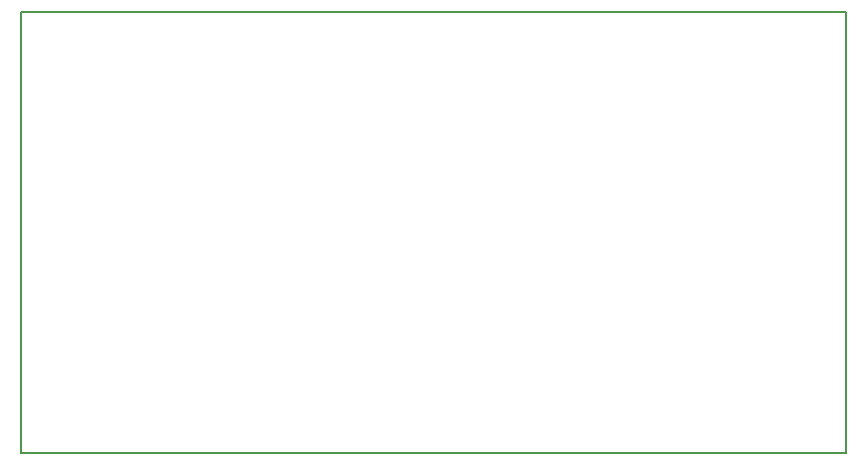
<source format=gbr>
G04 DipTrace 2.4.0.2*
%INBottomAssy.gbr*%
%MOIN*%
%ADD11C,0.0055*%
%FSLAX44Y44*%
G04*
G70*
G90*
G75*
G01*
%LNBotAssy*%
%LPD*%
X3937Y3937D2*
D11*
X31417D1*
Y18634D1*
X3937D1*
Y3937D1*
M02*

</source>
